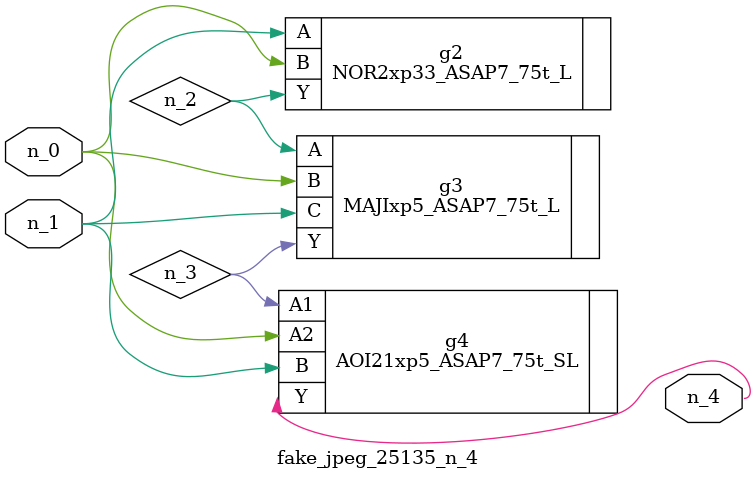
<source format=v>
module fake_jpeg_25135_n_4 (n_0, n_1, n_4);

input n_0;
input n_1;

output n_4;

wire n_2;
wire n_3;

NOR2xp33_ASAP7_75t_L g2 ( 
.A(n_1),
.B(n_0),
.Y(n_2)
);

MAJIxp5_ASAP7_75t_L g3 ( 
.A(n_2),
.B(n_0),
.C(n_1),
.Y(n_3)
);

AOI21xp5_ASAP7_75t_SL g4 ( 
.A1(n_3),
.A2(n_0),
.B(n_1),
.Y(n_4)
);


endmodule
</source>
